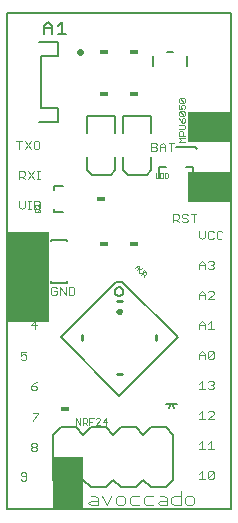
<source format=gto>
G75*
%MOIN*%
%OFA0B0*%
%FSLAX25Y25*%
%IPPOS*%
%LPD*%
%AMOC8*
5,1,8,0,0,1.08239X$1,22.5*
%
%ADD10C,0.00800*%
%ADD11C,0.00400*%
%ADD12R,0.10000X0.14000*%
%ADD13R,0.14000X0.10000*%
%ADD14C,0.00591*%
%ADD15R,0.03000X0.01800*%
%ADD16C,0.00100*%
%ADD17C,0.00600*%
%ADD18C,0.02200*%
%ADD19C,0.00200*%
%ADD20C,0.01000*%
D10*
X0031348Y0001800D02*
X0106152Y0001800D01*
X0106152Y0167154D01*
X0031348Y0167154D01*
X0031348Y0001800D01*
X0084439Y0036824D02*
X0086250Y0036824D01*
X0087170Y0035603D01*
X0088061Y0036824D02*
X0086250Y0036824D01*
X0086150Y0036763D02*
X0085390Y0035603D01*
X0051309Y0077371D02*
X0051309Y0077961D01*
X0051309Y0077371D02*
X0046191Y0077371D01*
X0046191Y0077961D01*
X0046191Y0091347D02*
X0046191Y0091741D01*
X0051309Y0091741D01*
X0051309Y0091347D01*
X0050144Y0100824D02*
X0046994Y0100824D01*
X0046994Y0102005D01*
X0046994Y0108304D02*
X0046994Y0109485D01*
X0050144Y0109485D01*
X0058026Y0114887D02*
X0058026Y0119217D01*
X0058026Y0114887D02*
X0059600Y0113312D01*
X0065900Y0113312D01*
X0067474Y0114887D01*
X0067474Y0119217D01*
X0070026Y0119217D02*
X0070026Y0114887D01*
X0071600Y0113312D01*
X0077900Y0113312D01*
X0079474Y0114887D01*
X0079474Y0119217D01*
X0079474Y0127091D02*
X0079474Y0132997D01*
X0070026Y0132997D01*
X0070026Y0127091D01*
X0067474Y0127091D02*
X0067474Y0132997D01*
X0058026Y0132997D01*
X0058026Y0127091D01*
X0048396Y0130769D02*
X0042096Y0130769D01*
X0042884Y0135493D02*
X0048396Y0135493D01*
X0048396Y0130769D01*
X0042884Y0135493D02*
X0042884Y0152816D01*
X0048396Y0152816D01*
X0048396Y0157540D01*
X0042096Y0157540D01*
X0043748Y0160200D02*
X0043748Y0163002D01*
X0045150Y0164404D01*
X0046551Y0163002D01*
X0046551Y0160200D01*
X0048352Y0160200D02*
X0051155Y0160200D01*
X0049754Y0160200D02*
X0049754Y0164404D01*
X0048352Y0163002D01*
X0046551Y0162302D02*
X0043748Y0162302D01*
X0031467Y0157540D02*
X0031467Y0130769D01*
X0080150Y0149464D02*
X0080150Y0152845D01*
X0084693Y0154345D02*
X0086807Y0154345D01*
X0091350Y0152845D02*
X0091350Y0149464D01*
D11*
X0087121Y0124074D02*
X0085252Y0124074D01*
X0086187Y0124074D02*
X0086187Y0121272D01*
X0084174Y0121272D02*
X0084174Y0123140D01*
X0083240Y0124074D01*
X0082306Y0123140D01*
X0082306Y0121272D01*
X0081228Y0121739D02*
X0080761Y0121272D01*
X0079359Y0121272D01*
X0079359Y0124074D01*
X0080761Y0124074D01*
X0081228Y0123607D01*
X0081228Y0123140D01*
X0080761Y0122673D01*
X0079359Y0122673D01*
X0080761Y0122673D02*
X0081228Y0122206D01*
X0081228Y0121739D01*
X0082306Y0122673D02*
X0084174Y0122673D01*
X0086789Y0100220D02*
X0088190Y0100220D01*
X0088657Y0099753D01*
X0088657Y0098819D01*
X0088190Y0098351D01*
X0086789Y0098351D01*
X0086789Y0097417D02*
X0086789Y0100220D01*
X0087723Y0098351D02*
X0088657Y0097417D01*
X0089735Y0097884D02*
X0090202Y0097417D01*
X0091136Y0097417D01*
X0091603Y0097884D01*
X0091603Y0098351D01*
X0091136Y0098819D01*
X0090202Y0098819D01*
X0089735Y0099286D01*
X0089735Y0099753D01*
X0090202Y0100220D01*
X0091136Y0100220D01*
X0091603Y0099753D01*
X0092682Y0100220D02*
X0094550Y0100220D01*
X0093616Y0100220D02*
X0093616Y0097417D01*
X0095450Y0094550D02*
X0095450Y0092682D01*
X0096384Y0091748D01*
X0097318Y0092682D01*
X0097318Y0094550D01*
X0098397Y0094083D02*
X0098397Y0092215D01*
X0098864Y0091748D01*
X0099798Y0091748D01*
X0100265Y0092215D01*
X0101343Y0092215D02*
X0101343Y0094083D01*
X0101810Y0094550D01*
X0102744Y0094550D01*
X0103211Y0094083D01*
X0103211Y0092215D02*
X0102744Y0091748D01*
X0101810Y0091748D01*
X0101343Y0092215D01*
X0100265Y0094083D02*
X0099798Y0094550D01*
X0098864Y0094550D01*
X0098397Y0094083D01*
X0098864Y0084550D02*
X0099798Y0084550D01*
X0100265Y0084083D01*
X0100265Y0083616D01*
X0099798Y0083149D01*
X0100265Y0082682D01*
X0100265Y0082215D01*
X0099798Y0081748D01*
X0098864Y0081748D01*
X0098397Y0082215D01*
X0097318Y0081748D02*
X0097318Y0083616D01*
X0096384Y0084550D01*
X0095450Y0083616D01*
X0095450Y0081748D01*
X0095450Y0083149D02*
X0097318Y0083149D01*
X0098397Y0084083D02*
X0098864Y0084550D01*
X0099331Y0083149D02*
X0099798Y0083149D01*
X0099798Y0074550D02*
X0098864Y0074550D01*
X0098397Y0074083D01*
X0097318Y0073616D02*
X0097318Y0071748D01*
X0098397Y0071748D02*
X0100265Y0073616D01*
X0100265Y0074083D01*
X0099798Y0074550D01*
X0097318Y0073616D02*
X0096384Y0074550D01*
X0095450Y0073616D01*
X0095450Y0071748D01*
X0095450Y0073149D02*
X0097318Y0073149D01*
X0098397Y0071748D02*
X0100265Y0071748D01*
X0099331Y0064550D02*
X0099331Y0061748D01*
X0098397Y0061748D02*
X0100265Y0061748D01*
X0098397Y0063616D02*
X0099331Y0064550D01*
X0097318Y0063616D02*
X0097318Y0061748D01*
X0097318Y0063149D02*
X0095450Y0063149D01*
X0095450Y0063616D02*
X0096384Y0064550D01*
X0097318Y0063616D01*
X0095450Y0063616D02*
X0095450Y0061748D01*
X0096384Y0054550D02*
X0097318Y0053616D01*
X0097318Y0051748D01*
X0098397Y0052215D02*
X0100265Y0054083D01*
X0100265Y0052215D01*
X0099798Y0051748D01*
X0098864Y0051748D01*
X0098397Y0052215D01*
X0098397Y0054083D01*
X0098864Y0054550D01*
X0099798Y0054550D01*
X0100265Y0054083D01*
X0097318Y0053149D02*
X0095450Y0053149D01*
X0095450Y0053616D02*
X0096384Y0054550D01*
X0095450Y0053616D02*
X0095450Y0051748D01*
X0096384Y0044550D02*
X0096384Y0041748D01*
X0095450Y0041748D02*
X0097318Y0041748D01*
X0098397Y0042215D02*
X0098864Y0041748D01*
X0099798Y0041748D01*
X0100265Y0042215D01*
X0100265Y0042682D01*
X0099798Y0043149D01*
X0099331Y0043149D01*
X0099798Y0043149D02*
X0100265Y0043616D01*
X0100265Y0044083D01*
X0099798Y0044550D01*
X0098864Y0044550D01*
X0098397Y0044083D01*
X0096384Y0044550D02*
X0095450Y0043616D01*
X0096384Y0034550D02*
X0096384Y0031748D01*
X0095450Y0031748D02*
X0097318Y0031748D01*
X0098397Y0031748D02*
X0100265Y0033616D01*
X0100265Y0034083D01*
X0099798Y0034550D01*
X0098864Y0034550D01*
X0098397Y0034083D01*
X0096384Y0034550D02*
X0095450Y0033616D01*
X0098397Y0031748D02*
X0100265Y0031748D01*
X0099331Y0024550D02*
X0098397Y0023616D01*
X0099331Y0024550D02*
X0099331Y0021748D01*
X0098397Y0021748D02*
X0100265Y0021748D01*
X0097318Y0021748D02*
X0095450Y0021748D01*
X0096384Y0021748D02*
X0096384Y0024550D01*
X0095450Y0023616D01*
X0096384Y0014550D02*
X0095450Y0013616D01*
X0096384Y0014550D02*
X0096384Y0011748D01*
X0095450Y0011748D02*
X0097318Y0011748D01*
X0098397Y0012215D02*
X0100265Y0014083D01*
X0100265Y0012215D01*
X0099798Y0011748D01*
X0098864Y0011748D01*
X0098397Y0012215D01*
X0098397Y0014083D01*
X0098864Y0014550D01*
X0099798Y0014550D01*
X0100265Y0014083D01*
X0093078Y0006269D02*
X0091543Y0006269D01*
X0090776Y0005502D01*
X0090776Y0003967D01*
X0091543Y0003200D01*
X0093078Y0003200D01*
X0093845Y0003967D01*
X0093845Y0005502D01*
X0093078Y0006269D01*
X0089241Y0006269D02*
X0086939Y0006269D01*
X0086172Y0005502D01*
X0086172Y0003967D01*
X0086939Y0003200D01*
X0089241Y0003200D01*
X0089241Y0007804D01*
X0084637Y0005502D02*
X0084637Y0003200D01*
X0082335Y0003200D01*
X0081568Y0003967D01*
X0082335Y0004735D01*
X0084637Y0004735D01*
X0084637Y0005502D02*
X0083870Y0006269D01*
X0082335Y0006269D01*
X0080033Y0006269D02*
X0077731Y0006269D01*
X0076964Y0005502D01*
X0076964Y0003967D01*
X0077731Y0003200D01*
X0080033Y0003200D01*
X0075429Y0003200D02*
X0073128Y0003200D01*
X0072360Y0003967D01*
X0072360Y0005502D01*
X0073128Y0006269D01*
X0075429Y0006269D01*
X0070826Y0005502D02*
X0070826Y0003967D01*
X0070058Y0003200D01*
X0068524Y0003200D01*
X0067756Y0003967D01*
X0067756Y0005502D01*
X0068524Y0006269D01*
X0070058Y0006269D01*
X0070826Y0005502D01*
X0066222Y0006269D02*
X0064687Y0003200D01*
X0063152Y0006269D01*
X0061618Y0005502D02*
X0061618Y0003200D01*
X0059316Y0003200D01*
X0058548Y0003967D01*
X0059316Y0004735D01*
X0061618Y0004735D01*
X0061618Y0005502D02*
X0060850Y0006269D01*
X0059316Y0006269D01*
X0041318Y0021621D02*
X0040851Y0021154D01*
X0039917Y0021154D01*
X0039450Y0021621D01*
X0039450Y0022088D01*
X0039917Y0022556D01*
X0040851Y0022556D01*
X0041318Y0022088D01*
X0041318Y0021621D01*
X0040851Y0022556D02*
X0041318Y0023023D01*
X0041318Y0023490D01*
X0040851Y0023957D01*
X0039917Y0023957D01*
X0039450Y0023490D01*
X0039450Y0023023D01*
X0039917Y0022556D01*
X0039950Y0031154D02*
X0039950Y0031621D01*
X0041818Y0033490D01*
X0041818Y0033957D01*
X0039950Y0033957D01*
X0039917Y0041548D02*
X0039450Y0042015D01*
X0039450Y0042949D01*
X0040851Y0042949D01*
X0041318Y0042482D01*
X0041318Y0042015D01*
X0040851Y0041548D01*
X0039917Y0041548D01*
X0039450Y0042949D02*
X0040384Y0043883D01*
X0041318Y0044350D01*
X0037351Y0051548D02*
X0036417Y0051548D01*
X0035950Y0052015D01*
X0035950Y0052949D02*
X0036884Y0053416D01*
X0037351Y0053416D01*
X0037818Y0052949D01*
X0037818Y0052015D01*
X0037351Y0051548D01*
X0035950Y0052949D02*
X0035950Y0054350D01*
X0037818Y0054350D01*
X0040851Y0061748D02*
X0040851Y0064550D01*
X0039450Y0063149D01*
X0041318Y0063149D01*
X0046547Y0073087D02*
X0047481Y0073087D01*
X0047948Y0073554D01*
X0047948Y0074488D01*
X0047014Y0074488D01*
X0046080Y0075422D02*
X0046080Y0073554D01*
X0046547Y0073087D01*
X0046080Y0075422D02*
X0046547Y0075889D01*
X0047481Y0075889D01*
X0047948Y0075422D01*
X0049026Y0075889D02*
X0049026Y0073087D01*
X0050895Y0073087D02*
X0049026Y0075889D01*
X0050895Y0075889D02*
X0050895Y0073087D01*
X0051973Y0073087D02*
X0053374Y0073087D01*
X0053841Y0073554D01*
X0053841Y0075422D01*
X0053374Y0075889D01*
X0051973Y0075889D01*
X0051973Y0073087D01*
X0041762Y0101748D02*
X0040361Y0101748D01*
X0040361Y0104550D01*
X0041762Y0104550D01*
X0042229Y0104083D01*
X0042229Y0103616D01*
X0041762Y0103149D01*
X0040361Y0103149D01*
X0041762Y0103149D02*
X0042229Y0102682D01*
X0042229Y0102215D01*
X0041762Y0101748D01*
X0039331Y0101748D02*
X0038397Y0101748D01*
X0038864Y0101748D02*
X0038864Y0104550D01*
X0038397Y0104550D02*
X0039331Y0104550D01*
X0037318Y0104550D02*
X0037318Y0102682D01*
X0036384Y0101748D01*
X0035450Y0102682D01*
X0035450Y0104550D01*
X0035450Y0111748D02*
X0035450Y0114550D01*
X0036851Y0114550D01*
X0037318Y0114083D01*
X0037318Y0113149D01*
X0036851Y0112682D01*
X0035450Y0112682D01*
X0036384Y0112682D02*
X0037318Y0111748D01*
X0038397Y0111748D02*
X0040265Y0114550D01*
X0041343Y0114550D02*
X0042277Y0114550D01*
X0041810Y0114550D02*
X0041810Y0111748D01*
X0041343Y0111748D02*
X0042277Y0111748D01*
X0040265Y0111748D02*
X0038397Y0114550D01*
X0039265Y0121748D02*
X0037397Y0124550D01*
X0036318Y0124550D02*
X0034450Y0124550D01*
X0035384Y0124550D02*
X0035384Y0121748D01*
X0037397Y0121748D02*
X0039265Y0124550D01*
X0040343Y0124083D02*
X0040343Y0122215D01*
X0040810Y0121748D01*
X0041744Y0121748D01*
X0042211Y0122215D01*
X0042211Y0124083D01*
X0041744Y0124550D01*
X0040810Y0124550D01*
X0040343Y0124083D01*
X0037351Y0014157D02*
X0036417Y0014157D01*
X0035950Y0013690D01*
X0035950Y0013223D01*
X0036417Y0012756D01*
X0037818Y0012756D01*
X0037818Y0013690D02*
X0037818Y0011821D01*
X0037351Y0011354D01*
X0036417Y0011354D01*
X0035950Y0011821D01*
X0037818Y0013690D02*
X0037351Y0014157D01*
D12*
X0051750Y0012154D03*
X0051750Y0009087D03*
D13*
X0038325Y0069154D03*
X0038325Y0079154D03*
X0038325Y0089154D03*
X0098781Y0109154D03*
X0098781Y0129154D03*
D14*
X0093947Y0122666D02*
X0094734Y0121879D01*
X0093947Y0122666D02*
X0087648Y0122666D01*
D15*
X0073750Y0140154D03*
X0063750Y0140154D03*
X0063750Y0154154D03*
X0073750Y0154154D03*
X0062750Y0105154D03*
X0063750Y0090154D03*
X0073750Y0090154D03*
X0050750Y0035154D03*
D16*
X0076915Y0079344D02*
X0076915Y0080052D01*
X0077092Y0079875D02*
X0076561Y0080405D01*
X0076227Y0080739D02*
X0076935Y0081447D01*
X0077269Y0081113D02*
X0076207Y0080052D01*
X0076227Y0080739D02*
X0075519Y0080739D01*
X0075519Y0081447D01*
X0076227Y0082155D01*
X0075539Y0082135D02*
X0075539Y0082843D01*
X0074832Y0082843D01*
X0074124Y0082135D01*
X0074655Y0082666D02*
X0075362Y0081958D01*
X0075539Y0082135D02*
X0074832Y0081427D01*
X0077269Y0081113D02*
X0077800Y0080582D01*
X0077800Y0080228D01*
X0077446Y0079875D01*
X0077092Y0079875D01*
X0081024Y0112291D02*
X0082025Y0112291D01*
X0082498Y0112291D02*
X0083248Y0112291D01*
X0083499Y0112541D01*
X0083499Y0113542D01*
X0083248Y0113792D01*
X0082498Y0113792D01*
X0082498Y0112291D01*
X0081024Y0112291D02*
X0081024Y0113792D01*
X0083971Y0113542D02*
X0083971Y0112541D01*
X0084221Y0112291D01*
X0084722Y0112291D01*
X0084972Y0112541D01*
X0084972Y0113542D01*
X0084722Y0113792D01*
X0084221Y0113792D01*
X0083971Y0113542D01*
X0043700Y0083678D02*
X0043700Y0082678D01*
X0043700Y0082205D02*
X0043200Y0081705D01*
X0043700Y0081955D02*
X0043700Y0081455D01*
X0043450Y0081204D01*
X0042449Y0081204D01*
X0042199Y0081455D01*
X0042199Y0081955D01*
X0042449Y0082205D01*
X0043450Y0082205D01*
X0043700Y0081955D01*
X0043700Y0083178D02*
X0042199Y0083178D01*
X0042699Y0082678D01*
X0042056Y0100773D02*
X0041055Y0100773D01*
X0040805Y0101023D01*
X0040805Y0101524D01*
X0041055Y0101774D01*
X0042056Y0101774D01*
X0042306Y0101524D01*
X0042306Y0101023D01*
X0042056Y0100773D01*
X0041806Y0101274D02*
X0042306Y0101774D01*
X0042306Y0102246D02*
X0041305Y0103247D01*
X0041055Y0103247D01*
X0040805Y0102997D01*
X0040805Y0102497D01*
X0041055Y0102246D01*
X0042306Y0102246D02*
X0042306Y0103247D01*
D17*
X0067762Y0077681D02*
X0069738Y0077681D01*
X0088265Y0059154D01*
X0068750Y0039639D01*
X0049235Y0059154D01*
X0067762Y0077681D01*
X0067336Y0074428D02*
X0067338Y0074503D01*
X0067344Y0074577D01*
X0067354Y0074651D01*
X0067367Y0074724D01*
X0067385Y0074797D01*
X0067406Y0074868D01*
X0067431Y0074939D01*
X0067460Y0075008D01*
X0067493Y0075075D01*
X0067529Y0075140D01*
X0067568Y0075204D01*
X0067610Y0075265D01*
X0067656Y0075324D01*
X0067705Y0075381D01*
X0067757Y0075434D01*
X0067811Y0075485D01*
X0067868Y0075534D01*
X0067928Y0075578D01*
X0067990Y0075620D01*
X0068054Y0075659D01*
X0068120Y0075694D01*
X0068187Y0075725D01*
X0068257Y0075753D01*
X0068327Y0075777D01*
X0068399Y0075798D01*
X0068472Y0075814D01*
X0068545Y0075827D01*
X0068620Y0075836D01*
X0068694Y0075841D01*
X0068769Y0075842D01*
X0068843Y0075839D01*
X0068918Y0075832D01*
X0068991Y0075821D01*
X0069065Y0075807D01*
X0069137Y0075788D01*
X0069208Y0075766D01*
X0069278Y0075740D01*
X0069347Y0075710D01*
X0069413Y0075677D01*
X0069478Y0075640D01*
X0069541Y0075600D01*
X0069602Y0075556D01*
X0069660Y0075510D01*
X0069716Y0075460D01*
X0069769Y0075408D01*
X0069820Y0075353D01*
X0069867Y0075295D01*
X0069911Y0075235D01*
X0069952Y0075172D01*
X0069990Y0075108D01*
X0070024Y0075042D01*
X0070055Y0074973D01*
X0070082Y0074904D01*
X0070105Y0074833D01*
X0070124Y0074761D01*
X0070140Y0074688D01*
X0070152Y0074614D01*
X0070160Y0074540D01*
X0070164Y0074465D01*
X0070164Y0074391D01*
X0070160Y0074316D01*
X0070152Y0074242D01*
X0070140Y0074168D01*
X0070124Y0074095D01*
X0070105Y0074023D01*
X0070082Y0073952D01*
X0070055Y0073883D01*
X0070024Y0073814D01*
X0069990Y0073748D01*
X0069952Y0073684D01*
X0069911Y0073621D01*
X0069867Y0073561D01*
X0069820Y0073503D01*
X0069769Y0073448D01*
X0069716Y0073396D01*
X0069660Y0073346D01*
X0069602Y0073300D01*
X0069541Y0073256D01*
X0069478Y0073216D01*
X0069413Y0073179D01*
X0069347Y0073146D01*
X0069278Y0073116D01*
X0069208Y0073090D01*
X0069137Y0073068D01*
X0069065Y0073049D01*
X0068991Y0073035D01*
X0068918Y0073024D01*
X0068843Y0073017D01*
X0068769Y0073014D01*
X0068694Y0073015D01*
X0068620Y0073020D01*
X0068545Y0073029D01*
X0068472Y0073042D01*
X0068399Y0073058D01*
X0068327Y0073079D01*
X0068257Y0073103D01*
X0068187Y0073131D01*
X0068120Y0073162D01*
X0068054Y0073197D01*
X0067990Y0073236D01*
X0067928Y0073278D01*
X0067868Y0073322D01*
X0067811Y0073371D01*
X0067757Y0073422D01*
X0067705Y0073475D01*
X0067656Y0073532D01*
X0067610Y0073591D01*
X0067568Y0073652D01*
X0067529Y0073716D01*
X0067493Y0073781D01*
X0067460Y0073848D01*
X0067431Y0073917D01*
X0067406Y0073988D01*
X0067385Y0074059D01*
X0067367Y0074132D01*
X0067354Y0074205D01*
X0067344Y0074279D01*
X0067338Y0074353D01*
X0067336Y0074428D01*
X0082152Y0112556D02*
X0082152Y0115753D01*
X0084348Y0115753D01*
X0091152Y0115753D02*
X0093348Y0115753D01*
X0093348Y0112556D01*
X0084250Y0029154D02*
X0079250Y0029154D01*
X0076750Y0026654D01*
X0074250Y0029154D01*
X0069250Y0029154D01*
X0066750Y0026654D01*
X0064250Y0029154D01*
X0059250Y0029154D01*
X0056750Y0026654D01*
X0054250Y0029154D01*
X0049250Y0029154D01*
X0046750Y0026654D01*
X0046750Y0011654D01*
X0049250Y0009154D01*
X0054250Y0009154D01*
X0056750Y0011654D01*
X0059250Y0009154D01*
X0064250Y0009154D01*
X0066750Y0011654D01*
X0069250Y0009154D01*
X0074250Y0009154D01*
X0076750Y0011654D01*
X0079250Y0009154D01*
X0084250Y0009154D01*
X0086750Y0011654D01*
X0086750Y0026654D01*
X0084250Y0029154D01*
D18*
X0055870Y0154154D02*
X0055630Y0154154D01*
D19*
X0088639Y0138469D02*
X0088639Y0137735D01*
X0089006Y0137368D01*
X0090474Y0137368D01*
X0089006Y0138836D01*
X0090474Y0138836D01*
X0090841Y0138469D01*
X0090841Y0137735D01*
X0090474Y0137368D01*
X0090474Y0136626D02*
X0090841Y0136259D01*
X0090841Y0135525D01*
X0090474Y0135158D01*
X0089740Y0135158D02*
X0089373Y0135892D01*
X0089373Y0136259D01*
X0089740Y0136626D01*
X0090474Y0136626D01*
X0089740Y0135158D02*
X0088639Y0135158D01*
X0088639Y0136626D01*
X0088639Y0138469D02*
X0089006Y0138836D01*
X0089006Y0134416D02*
X0090474Y0132948D01*
X0090841Y0133315D01*
X0090841Y0134049D01*
X0090474Y0134416D01*
X0089006Y0134416D01*
X0088639Y0134049D01*
X0088639Y0133315D01*
X0089006Y0132948D01*
X0090474Y0132948D01*
X0090474Y0132206D02*
X0090107Y0132206D01*
X0089740Y0131839D01*
X0089740Y0130738D01*
X0090474Y0130738D01*
X0090841Y0131105D01*
X0090841Y0131839D01*
X0090474Y0132206D01*
X0089006Y0131472D02*
X0089740Y0130738D01*
X0089006Y0131472D02*
X0088639Y0132206D01*
X0088639Y0129996D02*
X0090474Y0129996D01*
X0090841Y0129629D01*
X0090841Y0128895D01*
X0090474Y0128528D01*
X0088639Y0128528D01*
X0089006Y0127787D02*
X0089740Y0127787D01*
X0090107Y0127420D01*
X0090107Y0126319D01*
X0090841Y0126319D02*
X0088639Y0126319D01*
X0088639Y0127420D01*
X0089006Y0127787D01*
X0088639Y0125577D02*
X0090841Y0125577D01*
X0090841Y0124109D02*
X0088639Y0124109D01*
X0089373Y0124843D01*
X0088639Y0125577D01*
X0064358Y0032162D02*
X0063257Y0031062D01*
X0064725Y0031062D01*
X0064358Y0032162D02*
X0064358Y0029961D01*
X0062515Y0029961D02*
X0061047Y0029961D01*
X0062515Y0031429D01*
X0062515Y0031796D01*
X0062148Y0032162D01*
X0061414Y0032162D01*
X0061047Y0031796D01*
X0060306Y0032162D02*
X0058838Y0032162D01*
X0058838Y0029961D01*
X0058096Y0029961D02*
X0057362Y0030695D01*
X0057729Y0030695D02*
X0056628Y0030695D01*
X0056628Y0029961D02*
X0056628Y0032162D01*
X0057729Y0032162D01*
X0058096Y0031796D01*
X0058096Y0031062D01*
X0057729Y0030695D01*
X0058838Y0031062D02*
X0059572Y0031062D01*
X0055886Y0029961D02*
X0055886Y0032162D01*
X0054418Y0032162D02*
X0055886Y0029961D01*
X0054418Y0029961D02*
X0054418Y0032162D01*
D20*
X0067915Y0046905D02*
X0069585Y0046905D01*
X0080999Y0058319D02*
X0080999Y0059989D01*
X0068159Y0067784D02*
X0068161Y0067832D01*
X0068167Y0067880D01*
X0068177Y0067927D01*
X0068190Y0067973D01*
X0068208Y0068018D01*
X0068228Y0068062D01*
X0068253Y0068104D01*
X0068281Y0068143D01*
X0068311Y0068180D01*
X0068345Y0068214D01*
X0068382Y0068246D01*
X0068420Y0068275D01*
X0068461Y0068300D01*
X0068504Y0068322D01*
X0068549Y0068340D01*
X0068595Y0068354D01*
X0068642Y0068365D01*
X0068690Y0068372D01*
X0068738Y0068375D01*
X0068786Y0068374D01*
X0068834Y0068369D01*
X0068882Y0068360D01*
X0068928Y0068348D01*
X0068973Y0068331D01*
X0069017Y0068311D01*
X0069059Y0068288D01*
X0069099Y0068261D01*
X0069137Y0068231D01*
X0069172Y0068198D01*
X0069204Y0068162D01*
X0069234Y0068124D01*
X0069260Y0068083D01*
X0069282Y0068040D01*
X0069302Y0067996D01*
X0069317Y0067951D01*
X0069329Y0067904D01*
X0069337Y0067856D01*
X0069341Y0067808D01*
X0069341Y0067760D01*
X0069337Y0067712D01*
X0069329Y0067664D01*
X0069317Y0067617D01*
X0069302Y0067572D01*
X0069282Y0067528D01*
X0069260Y0067485D01*
X0069234Y0067444D01*
X0069204Y0067406D01*
X0069172Y0067370D01*
X0069137Y0067337D01*
X0069099Y0067307D01*
X0069059Y0067280D01*
X0069017Y0067257D01*
X0068973Y0067237D01*
X0068928Y0067220D01*
X0068882Y0067208D01*
X0068834Y0067199D01*
X0068786Y0067194D01*
X0068738Y0067193D01*
X0068690Y0067196D01*
X0068642Y0067203D01*
X0068595Y0067214D01*
X0068549Y0067228D01*
X0068504Y0067246D01*
X0068461Y0067268D01*
X0068420Y0067293D01*
X0068382Y0067322D01*
X0068345Y0067354D01*
X0068311Y0067388D01*
X0068281Y0067425D01*
X0068253Y0067464D01*
X0068228Y0067506D01*
X0068208Y0067550D01*
X0068190Y0067595D01*
X0068177Y0067641D01*
X0068167Y0067688D01*
X0068161Y0067736D01*
X0068159Y0067784D01*
X0067915Y0071403D02*
X0069585Y0071403D01*
X0056501Y0059989D02*
X0056501Y0058319D01*
M02*

</source>
